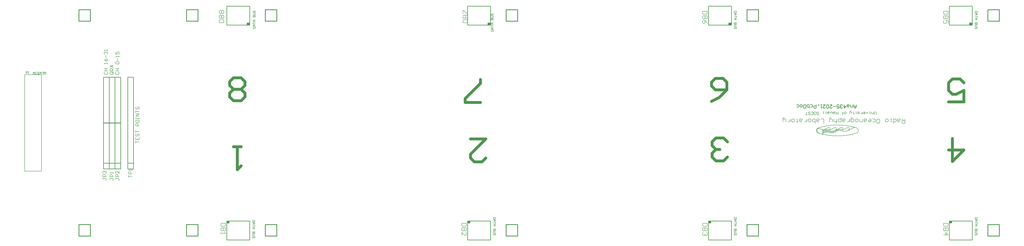
<source format=gto>
G04 Layer_Color=65535*
%FSLAX44Y44*%
%MOMM*%
G71*
G01*
G75*
%ADD23C,0.1270*%
%ADD24C,0.2032*%
%ADD25C,0.2540*%
%ADD26C,0.3048*%
%ADD27C,0.1524*%
%ADD28C,1.2700*%
%ADD29R,1.2700X1.0160*%
D23*
X3640283Y-35164D02*
G03*
X3669792Y-31017I10855J29823D01*
G01*
X3640403Y-35208D02*
G03*
X3610893Y-39355I-10855J-29823D01*
G01*
X3583009Y-30070D02*
G03*
X3595546Y-26711I3359J12537D01*
G01*
X3611379Y-20406D02*
G03*
X3595622Y-26934I-373J-21384D01*
G01*
X3611387Y-29979D02*
G03*
X3611387Y-20327I0J4826D01*
G01*
X3611584Y-30070D02*
G03*
X3624121Y-26711I3359J12537D01*
G01*
X3697104Y-20406D02*
G03*
X3681346Y-26934I-373J-21384D01*
G01*
X3668734Y-30070D02*
G03*
X3681271Y-26711I3359J12537D01*
G01*
X3668410Y-29979D02*
G03*
X3668410Y-20327I0J4826D01*
G01*
X3668529Y-20406D02*
G03*
X3652772Y-26934I-373J-21384D01*
G01*
X3640159Y-30070D02*
G03*
X3652696Y-26711I3359J12537D01*
G01*
X3639827Y-20533D02*
G03*
X3624070Y-27060I-373J-21384D01*
G01*
X3639962Y-29979D02*
G03*
X3639962Y-20327I0J4826D01*
G01*
X3582558Y-29979D02*
G03*
X3582558Y-20327I0J4826D01*
G01*
X3582423Y-20406D02*
G03*
X3566666Y-26934I-373J-21384D01*
G01*
X3532975Y-23806D02*
G03*
X3536880Y-44876I7673J-9475D01*
G01*
X3583761Y-34573D02*
G03*
X3554251Y-38720I-10855J-29823D01*
G01*
X3583761Y-38383D02*
G03*
X3554251Y-42530I-10855J-29823D01*
G01*
X3583761Y-42193D02*
G03*
X3554251Y-46340I-10855J-29823D01*
G01*
X3583761Y-30763D02*
G03*
X3554251Y-34910I-10855J-29823D01*
G01*
X3583641Y-34529D02*
G03*
X3613151Y-30382I10855J29823D01*
G01*
X3583641Y-38339D02*
G03*
X3613151Y-34192I10855J29823D01*
G01*
X3583641Y-42149D02*
G03*
X3613151Y-38002I10855J29823D01*
G01*
X3641546Y-30763D02*
G03*
X3612036Y-34910I-10855J-29823D01*
G01*
X3549979Y-30036D02*
G03*
X3529966Y-25782I-12633J-10230D01*
G01*
X3558174Y-30512D02*
G03*
X3567352Y-26711I0J12979D01*
G01*
X3550046Y-30106D02*
X3558301D01*
X3554618Y-52839D02*
Y-30106D01*
D24*
X3532926Y-44103D02*
G03*
X3706866Y-44103I86970J277522D01*
G01*
X3532347Y-22878D02*
G03*
X3532347Y-43684I7284J-10403D01*
G01*
X3707444D02*
G03*
X3707444Y-22878I-7284J10403D01*
G01*
X3706866Y-22459D02*
G03*
X3532926Y-22459I-86970J-277522D01*
G01*
X19596Y213754D02*
X94196D01*
X19596Y-213246D02*
X94196D01*
X19596D02*
Y213754D01*
X94196Y-213246D02*
Y213754D01*
X3791346Y36573D02*
Y47153D01*
X3789230Y49269D01*
X3784998D01*
X3782882Y47153D01*
Y36573D01*
X3778650Y49269D02*
Y40805D01*
X3772302D01*
X3770186Y42921D01*
Y49269D01*
X3765954D02*
X3761722D01*
X3763838D01*
Y40805D01*
X3765954D01*
X3755374D02*
X3751142Y49269D01*
X3746910Y40805D01*
X3736330Y49269D02*
X3740562D01*
X3742678Y47153D01*
Y42921D01*
X3740562Y40805D01*
X3736330D01*
X3734214Y42921D01*
Y45037D01*
X3742678D01*
X3729982Y40805D02*
Y49269D01*
Y45037D01*
X3727867Y42921D01*
X3725750Y40805D01*
X3723635D01*
X3717286Y49269D02*
X3710939D01*
X3708823Y47153D01*
X3710939Y45037D01*
X3715171D01*
X3717286Y42921D01*
X3715171Y40805D01*
X3708823D01*
X3704591Y49269D02*
X3700359D01*
X3702475D01*
Y40805D01*
X3704591D01*
X3691895Y38689D02*
Y40805D01*
X3694011D01*
X3689779D01*
X3691895D01*
Y47153D01*
X3689779Y49269D01*
X3683431Y40805D02*
Y47153D01*
X3681315Y49269D01*
X3674967D01*
Y51385D01*
X3677083Y53501D01*
X3679199D01*
X3674967Y49269D02*
Y40805D01*
X3655923Y49269D02*
X3651691D01*
X3649575Y47153D01*
Y42921D01*
X3651691Y40805D01*
X3655923D01*
X3658039Y42921D01*
Y47153D01*
X3655923Y49269D01*
X3643227D02*
Y38689D01*
Y42921D01*
X3645343D01*
X3641111D01*
X3643227D01*
Y38689D01*
X3641111Y36573D01*
X3622067D02*
Y49269D01*
Y42921D01*
X3613604D01*
Y36573D01*
Y49269D01*
X3607256Y40805D02*
X3603024D01*
X3600908Y42921D01*
Y49269D01*
X3607256D01*
X3609372Y47153D01*
X3607256Y45037D01*
X3600908D01*
X3596676Y40805D02*
Y47153D01*
X3594560Y49269D01*
X3592444Y47153D01*
X3590328Y49269D01*
X3588212Y47153D01*
Y40805D01*
X3581864D02*
X3577632D01*
X3575516Y42921D01*
Y49269D01*
X3581864D01*
X3583980Y47153D01*
X3581864Y45037D01*
X3575516D01*
X3571284Y49269D02*
X3567052D01*
X3569168D01*
Y40805D01*
X3571284D01*
X3560704Y49269D02*
X3556472D01*
X3558588D01*
Y40805D01*
X3560704D01*
X3528964Y38689D02*
X3531080Y36573D01*
X3535312D01*
X3537428Y38689D01*
Y40805D01*
X3535312Y42921D01*
X3531080D01*
X3528964Y45037D01*
Y47153D01*
X3531080Y49269D01*
X3535312D01*
X3537428Y47153D01*
X3518384Y36573D02*
X3522616D01*
X3524732Y38689D01*
Y47153D01*
X3522616Y49269D01*
X3518384D01*
X3516268Y47153D01*
Y38689D01*
X3518384Y36573D01*
X3503572D02*
X3512036D01*
Y49269D01*
X3503572D01*
X3512036Y42921D02*
X3507804D01*
X3490876Y38689D02*
X3492993Y36573D01*
X3497224D01*
X3499341Y38689D01*
Y40805D01*
X3497224Y42921D01*
X3492993D01*
X3490876Y45037D01*
Y47153D01*
X3492993Y49269D01*
X3497224D01*
X3499341Y47153D01*
X3486645Y36573D02*
X3478181D01*
X3482413D01*
Y49269D01*
X3918346Y17519D02*
Y-1525D01*
X3908824D01*
X3905650Y1649D01*
Y7997D01*
X3908824Y11171D01*
X3918346D01*
X3911998D02*
X3905650Y17519D01*
X3896128Y4823D02*
X3889780D01*
X3886606Y7997D01*
Y17519D01*
X3896128D01*
X3899302Y14345D01*
X3896128Y11171D01*
X3886606D01*
X3867562Y-1525D02*
Y17519D01*
X3877084D01*
X3880258Y14345D01*
Y7997D01*
X3877084Y4823D01*
X3867562D01*
X3861214Y17519D02*
X3854866D01*
X3858040D01*
Y4823D01*
X3861214D01*
X3842170Y17519D02*
X3835822D01*
X3832649Y14345D01*
Y7997D01*
X3835822Y4823D01*
X3842170D01*
X3845345Y7997D01*
Y14345D01*
X3842170Y17519D01*
X3797735Y-1525D02*
X3804083D01*
X3807257Y1649D01*
Y14345D01*
X3804083Y17519D01*
X3797735D01*
X3794561Y14345D01*
Y1649D01*
X3797735Y-1525D01*
X3775517Y4823D02*
X3785039D01*
X3788213Y7997D01*
Y14345D01*
X3785039Y17519D01*
X3775517D01*
X3759647D02*
X3765995D01*
X3769169Y14345D01*
Y7997D01*
X3765995Y4823D01*
X3759647D01*
X3756473Y7997D01*
Y11171D01*
X3769169D01*
X3746951Y4823D02*
X3740603D01*
X3737429Y7997D01*
Y17519D01*
X3746951D01*
X3750125Y14345D01*
X3746951Y11171D01*
X3737429D01*
X3731081Y17519D02*
Y4823D01*
X3721559D01*
X3718386Y7997D01*
Y17519D01*
X3708864D02*
X3702516D01*
X3699342Y14345D01*
Y7997D01*
X3702516Y4823D01*
X3708864D01*
X3712037Y7997D01*
Y14345D01*
X3708864Y17519D01*
X3686646Y23867D02*
X3683472D01*
X3680298Y20693D01*
Y4823D01*
X3689820D01*
X3692993Y7997D01*
Y14345D01*
X3689820Y17519D01*
X3680298D01*
X3673950Y4823D02*
Y17519D01*
Y11171D01*
X3670776Y7997D01*
X3667602Y4823D01*
X3664428D01*
X3651732D02*
X3645384D01*
X3642210Y7997D01*
Y17519D01*
X3651732D01*
X3654906Y14345D01*
X3651732Y11171D01*
X3642210D01*
X3635862Y23867D02*
Y4823D01*
X3626340D01*
X3623166Y7997D01*
Y14345D01*
X3626340Y17519D01*
X3635862D01*
X3616818Y-1525D02*
Y17519D01*
Y7997D01*
X3613644Y4823D01*
X3607296D01*
X3604122Y7997D01*
Y17519D01*
X3597774Y4823D02*
Y14345D01*
X3594601Y17519D01*
X3585078D01*
Y20693D01*
X3588252Y23867D01*
X3591426D01*
X3585078Y17519D02*
Y4823D01*
X3559687Y-1525D02*
Y17519D01*
X3546991D01*
X3537469Y4823D02*
X3531121D01*
X3527947Y7997D01*
Y17519D01*
X3537469D01*
X3540643Y14345D01*
X3537469Y11171D01*
X3527947D01*
X3521599Y-1525D02*
Y17519D01*
X3512077D01*
X3508903Y14345D01*
Y11171D01*
Y7997D01*
X3512077Y4823D01*
X3521599D01*
X3499381Y17519D02*
X3493033D01*
X3489859Y14345D01*
Y7997D01*
X3493033Y4823D01*
X3499381D01*
X3502555Y7997D01*
Y14345D01*
X3499381Y17519D01*
X3483511Y4823D02*
Y17519D01*
Y11171D01*
X3480337Y7997D01*
X3477163Y4823D01*
X3473989D01*
X3461293D02*
X3454945D01*
X3451772Y7997D01*
Y17519D01*
X3461293D01*
X3464467Y14345D01*
X3461293Y11171D01*
X3451772D01*
X3442249Y1649D02*
Y4823D01*
X3445424D01*
X3439076D01*
X3442249D01*
Y14345D01*
X3439076Y17519D01*
X3426380D02*
X3420032D01*
X3416858Y14345D01*
Y7997D01*
X3420032Y4823D01*
X3426380D01*
X3429554Y7997D01*
Y14345D01*
X3426380Y17519D01*
X3410510Y4823D02*
Y17519D01*
Y11171D01*
X3407336Y7997D01*
X3404162Y4823D01*
X3400988D01*
X3391466D02*
Y14345D01*
X3388292Y17519D01*
X3378770D01*
Y20693D01*
X3381944Y23867D01*
X3385118D01*
X3378770Y17519D02*
Y4823D01*
D25*
X1981200Y-518160D02*
X2082800D01*
X1981200Y-434340D02*
X2082800D01*
Y-518160D02*
Y-434340D01*
X1981200Y-518160D02*
Y-434340D01*
X476250Y203200D02*
X501650D01*
X476250Y-203200D02*
X501650D01*
X476250Y-177800D02*
X501650D01*
Y-203200D02*
Y203200D01*
X476250Y-203200D02*
Y203200D01*
X368300Y-177800D02*
X393700D01*
X368300Y-203200D02*
X393700D01*
X368300Y203200D02*
X393700D01*
X368300Y-203200D02*
Y203200D01*
X393700Y-203200D02*
Y203200D01*
Y-177800D02*
X419100D01*
X393700Y-203200D02*
X419100D01*
X393700Y203200D02*
X419100D01*
X393700Y-203200D02*
Y203200D01*
X419100Y-203200D02*
Y203200D01*
Y-177800D02*
X444500D01*
X419100Y-203200D02*
X444500D01*
X419100Y203200D02*
X444500D01*
X419100Y-203200D02*
Y203200D01*
X444500Y-203200D02*
Y203200D01*
X914400Y-518160D02*
X1016000D01*
X914400Y-434340D02*
X1016000D01*
Y-518160D02*
Y-434340D01*
X914400Y-518160D02*
Y-434340D01*
Y518160D02*
X1016000D01*
X914400Y434340D02*
X1016000D01*
X914400D02*
Y518160D01*
X1016000Y434340D02*
Y518160D01*
X1981200D02*
X2082800D01*
X1981200Y434340D02*
X2082800D01*
X1981200D02*
Y518160D01*
X2082800Y434340D02*
Y518160D01*
X3048000Y-518160D02*
X3149600D01*
X3048000Y-434340D02*
X3149600D01*
Y-518160D02*
Y-434340D01*
X3048000Y-518160D02*
Y-434340D01*
Y518160D02*
X3149600D01*
X3048000Y434340D02*
X3149600D01*
X3048000D02*
Y518160D01*
X3149600Y434340D02*
Y518160D01*
X4114800D02*
X4216400D01*
X4114800Y434340D02*
X4216400D01*
X4114800D02*
Y518160D01*
X4216400Y434340D02*
Y518160D01*
X4114800Y-518160D02*
X4216400D01*
X4114800Y-434340D02*
X4216400D01*
Y-518160D02*
Y-434340D01*
X4114800Y-518160D02*
Y-434340D01*
X3702446Y81019D02*
Y70862D01*
X3697368Y65784D01*
X3692289Y70862D01*
Y81019D01*
Y73401D01*
X3702446D01*
X3687211Y81019D02*
Y70862D01*
X3679593D01*
X3677054Y73401D01*
Y81019D01*
X3669437Y70862D02*
X3664358D01*
X3661819Y73401D01*
Y81019D01*
X3669437D01*
X3671976Y78480D01*
X3669437Y75941D01*
X3661819D01*
X3649123Y81019D02*
Y65784D01*
X3656741Y73401D01*
X3646584D01*
X3641506Y68323D02*
X3638966Y65784D01*
X3633888D01*
X3631349Y68323D01*
Y70862D01*
X3633888Y73401D01*
X3636427D01*
X3633888D01*
X3631349Y75941D01*
Y78480D01*
X3633888Y81019D01*
X3638966D01*
X3641506Y78480D01*
X3616114Y65784D02*
X3626270D01*
Y73401D01*
X3621192Y70862D01*
X3618653D01*
X3616114Y73401D01*
Y78480D01*
X3618653Y81019D01*
X3623731D01*
X3626270Y78480D01*
X3611035Y73401D02*
X3600879D01*
X3585644Y81019D02*
X3595800D01*
X3585644Y70862D01*
Y68323D01*
X3588183Y65784D01*
X3593261D01*
X3595800Y68323D01*
X3580565D02*
X3578026Y65784D01*
X3572948D01*
X3570409Y68323D01*
Y78480D01*
X3572948Y81019D01*
X3578026D01*
X3580565Y78480D01*
Y68323D01*
X3555174Y81019D02*
X3565330D01*
X3555174Y70862D01*
Y68323D01*
X3557713Y65784D01*
X3562791D01*
X3565330Y68323D01*
X3550095Y81019D02*
X3545017D01*
X3547556D01*
Y65784D01*
X3550095Y68323D01*
X3537399Y81019D02*
Y78480D01*
X3534860D01*
Y81019D01*
X3537399D01*
X3524703D02*
Y65784D01*
X3517086D01*
X3514547Y68323D01*
Y73401D01*
X3517086Y75941D01*
X3524703D01*
X3499312Y70862D02*
X3506929D01*
X3509468Y73401D01*
Y78480D01*
X3506929Y81019D01*
X3499312D01*
X3494233Y65784D02*
Y81019D01*
X3486616D01*
X3484077Y78480D01*
Y75941D01*
Y73401D01*
X3486616Y70862D01*
X3494233D01*
X3478998Y65784D02*
Y81019D01*
X3471381D01*
X3468841Y78480D01*
Y68323D01*
X3471381Y65784D01*
X3478998D01*
X3461224Y81019D02*
X3456146D01*
X3453606Y78480D01*
Y73401D01*
X3456146Y70862D01*
X3461224D01*
X3463763Y73401D01*
Y78480D01*
X3461224Y81019D01*
X3438371Y70862D02*
X3445989D01*
X3448528Y73401D01*
Y78480D01*
X3445989Y81019D01*
X3438371D01*
D26*
X260350Y-501650D02*
Y-450850D01*
X311150Y-501650D02*
Y-450850D01*
X260350Y-501650D02*
X311150D01*
X260350Y-450850D02*
X311150D01*
X736600D02*
X787400D01*
X736600Y-501650D02*
X787400D01*
Y-450850D01*
X736600Y-501650D02*
Y-450850D01*
X1085850Y-501650D02*
Y-450850D01*
X1136650Y-501650D02*
Y-450850D01*
X1085850Y-501650D02*
X1136650D01*
X1085850Y-450850D02*
X1136650D01*
X1085850Y501650D02*
X1136650D01*
X1085850Y450850D02*
X1136650D01*
Y501650D01*
X1085850Y450850D02*
Y501650D01*
X736600Y450850D02*
Y501650D01*
X787400Y450850D02*
Y501650D01*
X736600Y450850D02*
X787400D01*
X736600Y501650D02*
X787400D01*
X260350D02*
X311150D01*
X260350Y450850D02*
X311150D01*
Y501650D01*
X260350Y450850D02*
Y501650D01*
X2152650Y450850D02*
Y501650D01*
X2203450Y450850D02*
Y501650D01*
X2152650Y450850D02*
X2203450D01*
X2152650Y501650D02*
X2203450D01*
X3219450Y-450850D02*
X3270250D01*
X3219450Y-501650D02*
X3270250D01*
Y-450850D01*
X3219450Y-501650D02*
Y-450850D01*
Y450850D02*
Y501650D01*
X3270250Y450850D02*
Y501650D01*
X3219450Y450850D02*
X3270250D01*
X3219450Y501650D02*
X3270250D01*
X4286250D02*
X4337050D01*
X4286250Y450850D02*
X4337050D01*
Y501650D01*
X4286250Y450850D02*
Y501650D01*
Y-501650D02*
Y-450850D01*
X4337050Y-501650D02*
Y-450850D01*
X4286250Y-501650D02*
X4337050D01*
X4286250Y-450850D02*
X4337050D01*
X2152650D02*
X2203450D01*
X2152650Y-501650D02*
X2203450D01*
Y-450850D01*
X2152650Y-501650D02*
Y-450850D01*
X368300Y0D02*
X444500D01*
D27*
X56896Y216154D02*
Y222925D01*
X60282Y226311D01*
X63667Y222925D01*
Y216154D01*
Y221232D01*
X56896D01*
X73824Y224618D02*
X72131Y226311D01*
X68745D01*
X67053Y224618D01*
Y217847D01*
X68745Y216154D01*
X72131D01*
X73824Y217847D01*
X83981D02*
Y224618D01*
X82288Y226311D01*
X78902D01*
X77209Y224618D01*
Y217847D01*
X78902Y216154D01*
X82288D01*
X80595Y219540D02*
X83981Y216154D01*
X82288D02*
X83981Y217847D01*
X92444Y216154D02*
Y226311D01*
X87366Y221232D01*
X94137D01*
X97523Y224618D02*
X99216Y226311D01*
X102601D01*
X104294Y224618D01*
Y222925D01*
X102601Y221232D01*
X100908D01*
X102601D01*
X104294Y219540D01*
Y217847D01*
X102601Y216154D01*
X99216D01*
X97523Y217847D01*
X114451Y226311D02*
X107680D01*
Y221232D01*
X111065Y222925D01*
X112758D01*
X114451Y221232D01*
Y217847D01*
X112758Y216154D01*
X109372D01*
X107680Y217847D01*
X25746Y218254D02*
Y228411D01*
X30824D01*
X32517Y226718D01*
Y223332D01*
X30824Y221640D01*
X25746D01*
X35903Y218254D02*
X39288D01*
X37596D01*
Y228411D01*
X35903Y226718D01*
X2105657Y-419100D02*
X2095500D01*
Y-424178D01*
X2097193Y-425871D01*
X2103964D01*
X2105657Y-424178D01*
Y-419100D01*
X2095500Y-429257D02*
X2102271D01*
X2105657Y-432642D01*
X2102271Y-436028D01*
X2095500D01*
X2100578D01*
Y-429257D01*
X2105657Y-439413D02*
Y-446185D01*
Y-442799D01*
X2095500D01*
Y-449570D02*
X2102271D01*
X2105657Y-452956D01*
X2102271Y-456341D01*
X2095500D01*
X2100578D01*
Y-449570D01*
X2105657Y-469884D02*
X2095500D01*
Y-474962D01*
X2097193Y-476655D01*
X2098886D01*
X2100578Y-474962D01*
Y-469884D01*
Y-474962D01*
X2102271Y-476655D01*
X2103964D01*
X2105657Y-474962D01*
Y-469884D01*
Y-480040D02*
X2097193D01*
X2095500Y-481733D01*
Y-485119D01*
X2097193Y-486811D01*
X2105657D01*
X2103964Y-496968D02*
X2105657Y-495275D01*
Y-491890D01*
X2103964Y-490197D01*
X2102271D01*
X2100578Y-491890D01*
Y-495275D01*
X2098886Y-496968D01*
X2097193D01*
X2095500Y-495275D01*
Y-491890D01*
X2097193Y-490197D01*
X1976113Y-444500D02*
X1955800D01*
Y-454657D01*
X1959186Y-458042D01*
X1972728D01*
X1976113Y-454657D01*
Y-444500D01*
Y-464813D02*
X1955800D01*
Y-474970D01*
X1959186Y-478356D01*
X1962571D01*
X1965957Y-474970D01*
Y-464813D01*
Y-474970D01*
X1969342Y-478356D01*
X1972728D01*
X1976113Y-474970D01*
Y-464813D01*
X1955800Y-498669D02*
Y-485127D01*
X1969342Y-498669D01*
X1972728D01*
X1976113Y-495284D01*
Y-488512D01*
X1972728Y-485127D01*
X511815Y-88900D02*
Y-78743D01*
Y-83822D01*
X527050D01*
X511815Y-63508D02*
Y-73665D01*
X527050D01*
Y-63508D01*
X519432Y-73665D02*
Y-68587D01*
X514354Y-48273D02*
X511815Y-50812D01*
Y-55891D01*
X514354Y-58430D01*
X516893D01*
X519432Y-55891D01*
Y-50812D01*
X521972Y-48273D01*
X524511D01*
X527050Y-50812D01*
Y-55891D01*
X524511Y-58430D01*
X511815Y-43195D02*
Y-33038D01*
Y-38116D01*
X527050D01*
Y-12725D02*
X511815D01*
Y-5107D01*
X514354Y-2568D01*
X519432D01*
X521972Y-5107D01*
Y-12725D01*
X511815Y10128D02*
Y5050D01*
X514354Y2510D01*
X524511D01*
X527050Y5050D01*
Y10128D01*
X524511Y12667D01*
X514354D01*
X511815Y10128D01*
Y17745D02*
Y22824D01*
Y20285D01*
X527050D01*
Y17745D01*
Y22824D01*
Y30441D02*
X511815D01*
X527050Y40598D01*
X511815D01*
Y45676D02*
Y55833D01*
Y50755D01*
X527050D01*
X514354Y71068D02*
X511815Y68529D01*
Y63451D01*
X514354Y60911D01*
X516893D01*
X519432Y63451D01*
Y68529D01*
X521972Y71068D01*
X524511D01*
X527050Y68529D01*
Y63451D01*
X524511Y60911D01*
X480065Y-241300D02*
Y-231143D01*
Y-236222D01*
X495300D01*
Y-226065D02*
X480065D01*
Y-218447D01*
X482604Y-215908D01*
X487682D01*
X490222Y-218447D01*
Y-226065D01*
X495300Y-210830D02*
Y-205751D01*
Y-208291D01*
X480065D01*
X482604Y-210830D01*
X374654Y226057D02*
X372115Y223517D01*
Y218439D01*
X374654Y215900D01*
X384811D01*
X387350Y218439D01*
Y223517D01*
X384811Y226057D01*
X372115Y231135D02*
X387350D01*
X379733D01*
Y241292D01*
X372115D01*
X387350D01*
Y261605D02*
Y266684D01*
Y264144D01*
X372115D01*
X374654Y261605D01*
X372115Y284458D02*
X374654Y279380D01*
X379733Y274301D01*
X384811D01*
X387350Y276840D01*
Y281919D01*
X384811Y284458D01*
X382272D01*
X379733Y281919D01*
Y274301D01*
Y289536D02*
Y299693D01*
X374654Y304771D02*
X372115Y307310D01*
Y312389D01*
X374654Y314928D01*
X377193D01*
X379733Y312389D01*
Y309850D01*
Y312389D01*
X382272Y314928D01*
X384811D01*
X387350Y312389D01*
Y307310D01*
X384811Y304771D01*
X387350Y320006D02*
Y325085D01*
Y322546D01*
X372115D01*
X374654Y320006D01*
X365765Y-243843D02*
Y-248922D01*
Y-246383D01*
X378461D01*
X381000Y-248922D01*
Y-251461D01*
X378461Y-254000D01*
X381000Y-238765D02*
X365765D01*
Y-231147D01*
X368304Y-228608D01*
X373382D01*
X375922Y-231147D01*
Y-238765D01*
X368304Y-223530D02*
X365765Y-220991D01*
Y-215912D01*
X368304Y-213373D01*
X370843D01*
X373382Y-215912D01*
Y-218451D01*
Y-215912D01*
X375922Y-213373D01*
X378461D01*
X381000Y-215912D01*
Y-220991D01*
X378461Y-223530D01*
X410211Y226057D02*
X400054D01*
X397515Y223517D01*
Y218439D01*
X400054Y215900D01*
X410211D01*
X412750Y218439D01*
Y223517D01*
X407672Y220978D02*
X412750Y226057D01*
Y223517D02*
X410211Y226057D01*
X412750Y231135D02*
X397515D01*
Y238753D01*
X400054Y241292D01*
X405132D01*
X407672Y238753D01*
Y231135D01*
Y236213D02*
X412750Y241292D01*
X397515Y246370D02*
X412750Y256527D01*
X397515D02*
X412750Y246370D01*
X397515Y-243843D02*
Y-248922D01*
Y-246383D01*
X410211D01*
X412750Y-248922D01*
Y-251461D01*
X410211Y-254000D01*
X412750Y-238765D02*
X397515D01*
Y-231147D01*
X400054Y-228608D01*
X405132D01*
X407672Y-231147D01*
Y-238765D01*
X412750Y-223530D02*
Y-218451D01*
Y-220991D01*
X397515D01*
X400054Y-223530D01*
X425454Y226057D02*
X422915Y223517D01*
Y218439D01*
X425454Y215900D01*
X435611D01*
X438150Y218439D01*
Y223517D01*
X435611Y226057D01*
X422915Y231135D02*
X438150D01*
X430532D01*
Y241292D01*
X422915D01*
X438150D01*
X425454Y261605D02*
X422915Y264144D01*
Y269223D01*
X425454Y271762D01*
X435611D01*
X438150Y269223D01*
Y264144D01*
X435611Y261605D01*
X425454D01*
X430532Y276840D02*
Y286997D01*
X438150Y292075D02*
Y297154D01*
Y294615D01*
X422915D01*
X425454Y292075D01*
X422915Y314928D02*
Y304771D01*
X430532D01*
X427993Y309850D01*
Y312389D01*
X430532Y314928D01*
X435611D01*
X438150Y312389D01*
Y307310D01*
X435611Y304771D01*
X422915Y-243843D02*
Y-248922D01*
Y-246383D01*
X435611D01*
X438150Y-248922D01*
Y-251461D01*
X435611Y-254000D01*
X438150Y-238765D02*
X422915D01*
Y-231147D01*
X425454Y-228608D01*
X430532D01*
X433072Y-231147D01*
Y-238765D01*
X438150Y-213373D02*
Y-223530D01*
X427993Y-213373D01*
X425454D01*
X422915Y-215912D01*
Y-220991D01*
X425454Y-223530D01*
X1038857Y-431800D02*
X1028700D01*
Y-436878D01*
X1030393Y-438571D01*
X1037164D01*
X1038857Y-436878D01*
Y-431800D01*
X1028700Y-441957D02*
X1035471D01*
X1038857Y-445342D01*
X1035471Y-448728D01*
X1028700D01*
X1033778D01*
Y-441957D01*
X1038857Y-452113D02*
Y-458885D01*
Y-455499D01*
X1028700D01*
Y-462270D02*
X1035471D01*
X1038857Y-465656D01*
X1035471Y-469041D01*
X1028700D01*
X1033778D01*
Y-462270D01*
X1038857Y-482584D02*
X1028700D01*
Y-487662D01*
X1030393Y-489355D01*
X1032086D01*
X1033778Y-487662D01*
Y-482584D01*
Y-487662D01*
X1035471Y-489355D01*
X1037164D01*
X1038857Y-487662D01*
Y-482584D01*
Y-492740D02*
X1030393D01*
X1028700Y-494433D01*
Y-497819D01*
X1030393Y-499511D01*
X1038857D01*
X1037164Y-509668D02*
X1038857Y-507975D01*
Y-504590D01*
X1037164Y-502897D01*
X1035471D01*
X1033778Y-504590D01*
Y-507975D01*
X1032086Y-509668D01*
X1030393D01*
X1028700Y-507975D01*
Y-504590D01*
X1030393Y-502897D01*
X909313Y-444500D02*
X889000D01*
Y-454657D01*
X892386Y-458042D01*
X905928D01*
X909313Y-454657D01*
Y-444500D01*
Y-464813D02*
X889000D01*
Y-474970D01*
X892386Y-478356D01*
X895771D01*
X899157Y-474970D01*
Y-464813D01*
Y-474970D01*
X902542Y-478356D01*
X905928D01*
X909313Y-474970D01*
Y-464813D01*
X889000Y-485127D02*
Y-491898D01*
Y-488512D01*
X909313D01*
X905928Y-485127D01*
X1031243Y419100D02*
X1041400D01*
Y424178D01*
X1039707Y425871D01*
X1032936D01*
X1031243Y424178D01*
Y419100D01*
X1041400Y429257D02*
X1034629D01*
X1031243Y432642D01*
X1034629Y436028D01*
X1041400D01*
X1036322D01*
Y429257D01*
X1031243Y439413D02*
Y446185D01*
Y442799D01*
X1041400D01*
Y449570D02*
X1034629D01*
X1031243Y452956D01*
X1034629Y456341D01*
X1041400D01*
X1036322D01*
Y449570D01*
X1031243Y469884D02*
X1041400D01*
Y474962D01*
X1039707Y476655D01*
X1038014D01*
X1036322Y474962D01*
Y469884D01*
Y474962D01*
X1034629Y476655D01*
X1032936D01*
X1031243Y474962D01*
Y469884D01*
Y480040D02*
X1039707D01*
X1041400Y481733D01*
Y485119D01*
X1039707Y486811D01*
X1031243D01*
X1032936Y496968D02*
X1031243Y495275D01*
Y491890D01*
X1032936Y490197D01*
X1034629D01*
X1036322Y491890D01*
Y495275D01*
X1038014Y496968D01*
X1039707D01*
X1041400Y495275D01*
Y491890D01*
X1039707Y490197D01*
X881387Y444500D02*
X901700D01*
Y454657D01*
X898314Y458042D01*
X884772D01*
X881387Y454657D01*
Y444500D01*
Y464813D02*
X901700D01*
Y474970D01*
X898314Y478356D01*
X894929D01*
X891543Y474970D01*
Y464813D01*
Y474970D01*
X888158Y478356D01*
X884772D01*
X881387Y474970D01*
Y464813D01*
X884772Y485127D02*
X881387Y488512D01*
Y495284D01*
X884772Y498669D01*
X888158D01*
X891543Y495284D01*
X894929Y498669D01*
X898314D01*
X901700Y495284D01*
Y488512D01*
X898314Y485127D01*
X894929D01*
X891543Y488512D01*
X888158Y485127D01*
X884772D01*
X891543Y488512D02*
Y495284D01*
X2085343Y406400D02*
X2095500D01*
Y411478D01*
X2093807Y413171D01*
X2087036D01*
X2085343Y411478D01*
Y406400D01*
X2095500Y416557D02*
X2088729D01*
X2085343Y419942D01*
X2088729Y423328D01*
X2095500D01*
X2090422D01*
Y416557D01*
X2085343Y426713D02*
Y433485D01*
Y430099D01*
X2095500D01*
Y436870D02*
X2088729D01*
X2085343Y440256D01*
X2088729Y443641D01*
X2095500D01*
X2090422D01*
Y436870D01*
X2085343Y457184D02*
X2095500D01*
Y462262D01*
X2093807Y463955D01*
X2092114D01*
X2090422Y462262D01*
Y457184D01*
Y462262D01*
X2088729Y463955D01*
X2087036D01*
X2085343Y462262D01*
Y457184D01*
Y467340D02*
X2093807D01*
X2095500Y469033D01*
Y472419D01*
X2093807Y474112D01*
X2085343D01*
X2087036Y484268D02*
X2085343Y482575D01*
Y479190D01*
X2087036Y477497D01*
X2088729D01*
X2090422Y479190D01*
Y482575D01*
X2092114Y484268D01*
X2093807D01*
X2095500Y482575D01*
Y479190D01*
X2093807Y477497D01*
X1960887Y444500D02*
X1981200D01*
Y454657D01*
X1977814Y458042D01*
X1964272D01*
X1960887Y454657D01*
Y444500D01*
Y464813D02*
X1981200D01*
Y474970D01*
X1977814Y478356D01*
X1974429D01*
X1971043Y474970D01*
Y464813D01*
Y474970D01*
X1967658Y478356D01*
X1964272D01*
X1960887Y474970D01*
Y464813D01*
Y485127D02*
Y498669D01*
X1964272D01*
X1977814Y485127D01*
X1981200D01*
X3172457Y-419100D02*
X3162300D01*
Y-424178D01*
X3163993Y-425871D01*
X3170764D01*
X3172457Y-424178D01*
Y-419100D01*
X3162300Y-429257D02*
X3169071D01*
X3172457Y-432642D01*
X3169071Y-436028D01*
X3162300D01*
X3167378D01*
Y-429257D01*
X3172457Y-439413D02*
Y-446185D01*
Y-442799D01*
X3162300D01*
Y-449570D02*
X3169071D01*
X3172457Y-452956D01*
X3169071Y-456341D01*
X3162300D01*
X3167378D01*
Y-449570D01*
X3172457Y-469884D02*
X3162300D01*
Y-474962D01*
X3163993Y-476655D01*
X3165686D01*
X3167378Y-474962D01*
Y-469884D01*
Y-474962D01*
X3169071Y-476655D01*
X3170764D01*
X3172457Y-474962D01*
Y-469884D01*
Y-480040D02*
X3163993D01*
X3162300Y-481733D01*
Y-485119D01*
X3163993Y-486811D01*
X3172457D01*
X3170764Y-496968D02*
X3172457Y-495275D01*
Y-491890D01*
X3170764Y-490197D01*
X3169071D01*
X3167378Y-491890D01*
Y-495275D01*
X3165686Y-496968D01*
X3163993D01*
X3162300Y-495275D01*
Y-491890D01*
X3163993Y-490197D01*
X3042914Y-444500D02*
X3022600D01*
Y-454657D01*
X3025986Y-458042D01*
X3039528D01*
X3042914Y-454657D01*
Y-444500D01*
Y-464813D02*
X3022600D01*
Y-474970D01*
X3025986Y-478356D01*
X3029371D01*
X3032757Y-474970D01*
Y-464813D01*
Y-474970D01*
X3036142Y-478356D01*
X3039528D01*
X3042914Y-474970D01*
Y-464813D01*
X3039528Y-485127D02*
X3042914Y-488512D01*
Y-495284D01*
X3039528Y-498669D01*
X3036142D01*
X3032757Y-495284D01*
Y-491898D01*
Y-495284D01*
X3029371Y-498669D01*
X3025986D01*
X3022600Y-495284D01*
Y-488512D01*
X3025986Y-485127D01*
X3172457Y495300D02*
X3162300D01*
Y490222D01*
X3163993Y488529D01*
X3170764D01*
X3172457Y490222D01*
Y495300D01*
X3162300Y485143D02*
X3169071D01*
X3172457Y481758D01*
X3169071Y478372D01*
X3162300D01*
X3167378D01*
Y485143D01*
X3172457Y474987D02*
Y468215D01*
Y471601D01*
X3162300D01*
Y464830D02*
X3169071D01*
X3172457Y461444D01*
X3169071Y458059D01*
X3162300D01*
X3167378D01*
Y464830D01*
X3172457Y444516D02*
X3162300D01*
Y439438D01*
X3163993Y437745D01*
X3165686D01*
X3167378Y439438D01*
Y444516D01*
Y439438D01*
X3169071Y437745D01*
X3170764D01*
X3172457Y439438D01*
Y444516D01*
Y434360D02*
X3163993D01*
X3162300Y432667D01*
Y429281D01*
X3163993Y427589D01*
X3172457D01*
X3170764Y417432D02*
X3172457Y419125D01*
Y422510D01*
X3170764Y424203D01*
X3169071D01*
X3167378Y422510D01*
Y419125D01*
X3165686Y417432D01*
X3163993D01*
X3162300Y419125D01*
Y422510D01*
X3163993Y424203D01*
X3042914Y495300D02*
X3022600D01*
Y485143D01*
X3025986Y481758D01*
X3039528D01*
X3042914Y485143D01*
Y495300D01*
Y474987D02*
X3022600D01*
Y464830D01*
X3025986Y461444D01*
X3029371D01*
X3032757Y464830D01*
Y474987D01*
Y464830D01*
X3036142Y461444D01*
X3039528D01*
X3042914Y464830D01*
Y474987D01*
Y441131D02*
X3039528Y447902D01*
X3032757Y454673D01*
X3025986D01*
X3022600Y451288D01*
Y444516D01*
X3025986Y441131D01*
X3029371D01*
X3032757Y444516D01*
Y454673D01*
X4239257Y495300D02*
X4229100D01*
Y490222D01*
X4230793Y488529D01*
X4237564D01*
X4239257Y490222D01*
Y495300D01*
X4229100Y485143D02*
X4235871D01*
X4239257Y481758D01*
X4235871Y478372D01*
X4229100D01*
X4234178D01*
Y485143D01*
X4239257Y474987D02*
Y468215D01*
Y471601D01*
X4229100D01*
Y464830D02*
X4235871D01*
X4239257Y461444D01*
X4235871Y458059D01*
X4229100D01*
X4234178D01*
Y464830D01*
X4239257Y444516D02*
X4229100D01*
Y439438D01*
X4230793Y437745D01*
X4232486D01*
X4234178Y439438D01*
Y444516D01*
Y439438D01*
X4235871Y437745D01*
X4237564D01*
X4239257Y439438D01*
Y444516D01*
Y434360D02*
X4230793D01*
X4229100Y432667D01*
Y429281D01*
X4230793Y427589D01*
X4239257D01*
X4237564Y417432D02*
X4239257Y419125D01*
Y422510D01*
X4237564Y424203D01*
X4235871D01*
X4234178Y422510D01*
Y419125D01*
X4232486Y417432D01*
X4230793D01*
X4229100Y419125D01*
Y422510D01*
X4230793Y424203D01*
X4109713Y495300D02*
X4089400D01*
Y485143D01*
X4092786Y481758D01*
X4106328D01*
X4109713Y485143D01*
Y495300D01*
Y474987D02*
X4089400D01*
Y464830D01*
X4092786Y461444D01*
X4096171D01*
X4099557Y464830D01*
Y474987D01*
Y464830D01*
X4102942Y461444D01*
X4106328D01*
X4109713Y464830D01*
Y474987D01*
Y441131D02*
Y454673D01*
X4099557D01*
X4102942Y447902D01*
Y444516D01*
X4099557Y441131D01*
X4092786D01*
X4089400Y444516D01*
Y451288D01*
X4092786Y454673D01*
X4239257Y-419100D02*
X4229100D01*
Y-424178D01*
X4230793Y-425871D01*
X4237564D01*
X4239257Y-424178D01*
Y-419100D01*
X4229100Y-429257D02*
X4235871D01*
X4239257Y-432642D01*
X4235871Y-436028D01*
X4229100D01*
X4234178D01*
Y-429257D01*
X4239257Y-439413D02*
Y-446185D01*
Y-442799D01*
X4229100D01*
Y-449570D02*
X4235871D01*
X4239257Y-452956D01*
X4235871Y-456341D01*
X4229100D01*
X4234178D01*
Y-449570D01*
X4239257Y-469884D02*
X4229100D01*
Y-474962D01*
X4230793Y-476655D01*
X4232486D01*
X4234178Y-474962D01*
Y-469884D01*
Y-474962D01*
X4235871Y-476655D01*
X4237564D01*
X4239257Y-474962D01*
Y-469884D01*
Y-480040D02*
X4230793D01*
X4229100Y-481733D01*
Y-485119D01*
X4230793Y-486811D01*
X4239257D01*
X4237564Y-496968D02*
X4239257Y-495275D01*
Y-491890D01*
X4237564Y-490197D01*
X4235871D01*
X4234178Y-491890D01*
Y-495275D01*
X4232486Y-496968D01*
X4230793D01*
X4229100Y-495275D01*
Y-491890D01*
X4230793Y-490197D01*
X4109713Y-444500D02*
X4089400D01*
Y-454657D01*
X4092786Y-458042D01*
X4106328D01*
X4109713Y-454657D01*
Y-444500D01*
Y-464813D02*
X4089400D01*
Y-474970D01*
X4092786Y-478356D01*
X4096171D01*
X4099557Y-474970D01*
Y-464813D01*
Y-474970D01*
X4102942Y-478356D01*
X4106328D01*
X4109713Y-474970D01*
Y-464813D01*
X4089400Y-495284D02*
X4109713D01*
X4099557Y-485127D01*
Y-498669D01*
D28*
X994997Y115630D02*
X978069Y98702D01*
X944213D01*
X927285Y115630D01*
Y132558D01*
X944213Y149486D01*
X927285Y166414D01*
Y183342D01*
X944213Y200270D01*
X978069D01*
X994997Y183342D01*
Y166414D01*
X978069Y149486D01*
X994997Y132558D01*
Y115630D01*
X978069Y149486D02*
X944213D01*
X2037862Y91376D02*
X1970151D01*
Y108303D01*
X2037862Y176015D01*
Y192943D01*
X3061862Y96260D02*
X3095718Y113188D01*
X3129574Y147044D01*
Y180899D01*
X3112646Y197827D01*
X3078790D01*
X3061862Y180899D01*
Y163972D01*
X3078790Y147044D01*
X3129574D01*
X4112055Y93818D02*
X4179766D01*
Y144601D01*
X4145910Y127674D01*
X4128983D01*
X4112055Y144601D01*
Y178457D01*
X4128983Y195385D01*
X4162838D01*
X4179766Y178457D01*
X4128983Y-68384D02*
Y-169951D01*
X4179766Y-119168D01*
X4112055D01*
X3132016Y-150581D02*
X3115088Y-167509D01*
X3081232D01*
X3064305Y-150581D01*
Y-133653D01*
X3081232Y-116726D01*
X3098160D01*
X3081232D01*
X3064305Y-99798D01*
Y-82870D01*
X3081232Y-65942D01*
X3115088D01*
X3132016Y-82870D01*
X1994574Y-70827D02*
X2062285D01*
X1994574Y-138538D01*
Y-155466D01*
X2011501Y-172394D01*
X2045357D01*
X2062285Y-155466D01*
X977900Y-105019D02*
X944045D01*
X960973D01*
Y-206586D01*
X977900Y-189658D01*
D29*
X1987550Y-439420D02*
D03*
X920750D02*
D03*
X1009650Y439420D02*
D03*
X2076450D02*
D03*
X3054350Y-439420D02*
D03*
X3143250Y439420D02*
D03*
X4210050D02*
D03*
X4121150Y-439420D02*
D03*
M02*

</source>
